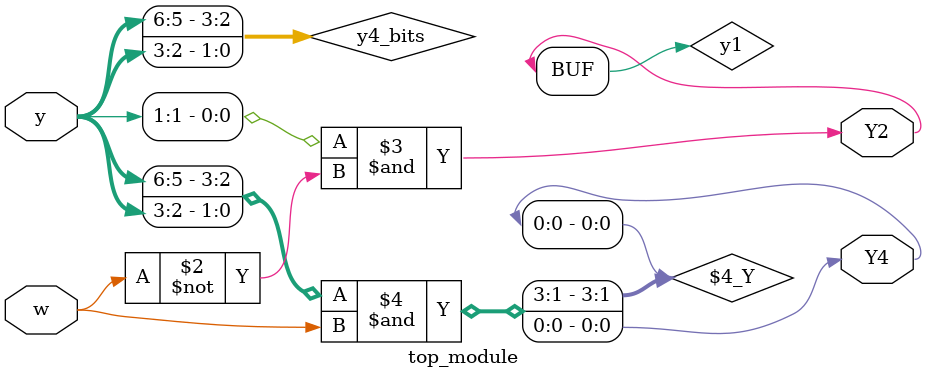
<source format=sv>
module top_module (
	input [6:1] y,
	input w,
	output reg Y2,
	output reg Y4
);

	reg y1;
	reg [3:0] y4_bits;
	
	always @(y, w) begin
		y1 = y[1] & ~w;
		y4_bits = {y[6], y[5], y[3], y[2]};
		
		Y2 = y1;
		Y4 = y4_bits & w;
	end
endmodule

</source>
